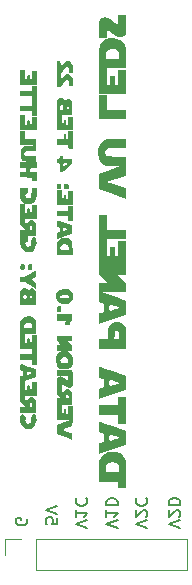
<source format=gbr>
%TF.GenerationSoftware,KiCad,Pcbnew,(6.0.0-0)*%
%TF.CreationDate,2022-02-07T13:40:10-05:00*%
%TF.ProjectId,Data Panel VU,44617461-2050-4616-9e65-6c2056552e6b,rev?*%
%TF.SameCoordinates,Original*%
%TF.FileFunction,Legend,Bot*%
%TF.FilePolarity,Positive*%
%FSLAX46Y46*%
G04 Gerber Fmt 4.6, Leading zero omitted, Abs format (unit mm)*
G04 Created by KiCad (PCBNEW (6.0.0-0)) date 2022-02-07 13:40:10*
%MOMM*%
%LPD*%
G01*
G04 APERTURE LIST*
%ADD10C,0.150000*%
%ADD11C,0.120000*%
G04 APERTURE END LIST*
D10*
X132627619Y-111545523D02*
X131627619Y-111212190D01*
X132627619Y-110878857D01*
X131627619Y-110021714D02*
X131627619Y-110593142D01*
X131627619Y-110307428D02*
X132627619Y-110307428D01*
X132484761Y-110402666D01*
X132389523Y-110497904D01*
X132341904Y-110593142D01*
X131722857Y-109021714D02*
X131675238Y-109069333D01*
X131627619Y-109212190D01*
X131627619Y-109307428D01*
X131675238Y-109450285D01*
X131770476Y-109545523D01*
X131865714Y-109593142D01*
X132056190Y-109640761D01*
X132199047Y-109640761D01*
X132389523Y-109593142D01*
X132484761Y-109545523D01*
X132580000Y-109450285D01*
X132627619Y-109307428D01*
X132627619Y-109212190D01*
X132580000Y-109069333D01*
X132532380Y-109021714D01*
X137707619Y-111545523D02*
X136707619Y-111212190D01*
X137707619Y-110878857D01*
X137612380Y-110593142D02*
X137660000Y-110545523D01*
X137707619Y-110450285D01*
X137707619Y-110212190D01*
X137660000Y-110116952D01*
X137612380Y-110069333D01*
X137517142Y-110021714D01*
X137421904Y-110021714D01*
X137279047Y-110069333D01*
X136707619Y-110640761D01*
X136707619Y-110021714D01*
X136802857Y-109021714D02*
X136755238Y-109069333D01*
X136707619Y-109212190D01*
X136707619Y-109307428D01*
X136755238Y-109450285D01*
X136850476Y-109545523D01*
X136945714Y-109593142D01*
X137136190Y-109640761D01*
X137279047Y-109640761D01*
X137469523Y-109593142D01*
X137564761Y-109545523D01*
X137660000Y-109450285D01*
X137707619Y-109307428D01*
X137707619Y-109212190D01*
X137660000Y-109069333D01*
X137612380Y-109021714D01*
X140501619Y-111545523D02*
X139501619Y-111212190D01*
X140501619Y-110878857D01*
X140406380Y-110593142D02*
X140454000Y-110545523D01*
X140501619Y-110450285D01*
X140501619Y-110212190D01*
X140454000Y-110116952D01*
X140406380Y-110069333D01*
X140311142Y-110021714D01*
X140215904Y-110021714D01*
X140073047Y-110069333D01*
X139501619Y-110640761D01*
X139501619Y-110021714D01*
X139501619Y-109593142D02*
X140501619Y-109593142D01*
X140501619Y-109355047D01*
X140454000Y-109212190D01*
X140358761Y-109116952D01*
X140263523Y-109069333D01*
X140073047Y-109021714D01*
X139930190Y-109021714D01*
X139739714Y-109069333D01*
X139644476Y-109116952D01*
X139549238Y-109212190D01*
X139501619Y-109355047D01*
X139501619Y-109593142D01*
X135197619Y-111545523D02*
X134197619Y-111212190D01*
X135197619Y-110878857D01*
X134197619Y-110021714D02*
X134197619Y-110593142D01*
X134197619Y-110307428D02*
X135197619Y-110307428D01*
X135054761Y-110402666D01*
X134959523Y-110497904D01*
X134911904Y-110593142D01*
X134197619Y-109593142D02*
X135197619Y-109593142D01*
X135197619Y-109355047D01*
X135150000Y-109212190D01*
X135054761Y-109116952D01*
X134959523Y-109069333D01*
X134769047Y-109021714D01*
X134626190Y-109021714D01*
X134435714Y-109069333D01*
X134340476Y-109116952D01*
X134245238Y-109212190D01*
X134197619Y-109355047D01*
X134197619Y-109593142D01*
X127500000Y-110736095D02*
X127547619Y-110831333D01*
X127547619Y-110974190D01*
X127500000Y-111117047D01*
X127404761Y-111212285D01*
X127309523Y-111259904D01*
X127119047Y-111307523D01*
X126976190Y-111307523D01*
X126785714Y-111259904D01*
X126690476Y-111212285D01*
X126595238Y-111117047D01*
X126547619Y-110974190D01*
X126547619Y-110878952D01*
X126595238Y-110736095D01*
X126642857Y-110688476D01*
X126976190Y-110688476D01*
X126976190Y-110878952D01*
X130087619Y-110680476D02*
X130087619Y-111156666D01*
X129611428Y-111204285D01*
X129659047Y-111156666D01*
X129706666Y-111061428D01*
X129706666Y-110823333D01*
X129659047Y-110728095D01*
X129611428Y-110680476D01*
X129516190Y-110632857D01*
X129278095Y-110632857D01*
X129182857Y-110680476D01*
X129135238Y-110728095D01*
X129087619Y-110823333D01*
X129087619Y-111061428D01*
X129135238Y-111156666D01*
X129182857Y-111204285D01*
X130087619Y-110347142D02*
X129087619Y-110013809D01*
X130087619Y-109680476D01*
%TO.C,G\u002A\u002A\u002A*%
G36*
X126941883Y-92033233D02*
G01*
X126941966Y-91989017D01*
X127207574Y-91989017D01*
X127213053Y-92089104D01*
X127249420Y-92153908D01*
X127340419Y-92168494D01*
X127409980Y-92162340D01*
X127461286Y-92115685D01*
X127472450Y-91995795D01*
X127472009Y-91982511D01*
X127792092Y-91982511D01*
X127792237Y-91999449D01*
X127812847Y-92128164D01*
X127871800Y-92168494D01*
X127879059Y-92168158D01*
X127934222Y-92120067D01*
X127951507Y-91982511D01*
X127951363Y-91965572D01*
X127930752Y-91836858D01*
X127871800Y-91796527D01*
X127864540Y-91796863D01*
X127809377Y-91844954D01*
X127792092Y-91982511D01*
X127472009Y-91982511D01*
X127470266Y-91930065D01*
X127440056Y-91775115D01*
X127378615Y-91709233D01*
X127291331Y-91740028D01*
X127288111Y-91742832D01*
X127231121Y-91845023D01*
X127207574Y-91989017D01*
X126941966Y-91989017D01*
X126942166Y-91881990D01*
X126945783Y-91663026D01*
X126956714Y-91516480D01*
X126978850Y-91420147D01*
X127016085Y-91351822D01*
X127072313Y-91289300D01*
X127082097Y-91279697D01*
X127240898Y-91176795D01*
X127394833Y-91179938D01*
X127545917Y-91289125D01*
X127559557Y-91303818D01*
X127638656Y-91379210D01*
X127690774Y-91381499D01*
X127755412Y-91315694D01*
X127871357Y-91226675D01*
X127995801Y-91234482D01*
X128139905Y-91342438D01*
X128163460Y-91366630D01*
X128213050Y-91430287D01*
X128244365Y-91508508D01*
X128261571Y-91624217D01*
X128268839Y-91800340D01*
X128270335Y-92059802D01*
X128270335Y-92646737D01*
X126941883Y-92646737D01*
X126941883Y-92033233D01*
G37*
G36*
X133584143Y-95516193D02*
G01*
X134381214Y-95516193D01*
X134907523Y-95516193D01*
X135337699Y-95516193D01*
X135336885Y-95237218D01*
X135327039Y-95033321D01*
X135289848Y-94900259D01*
X135215161Y-94839552D01*
X135092812Y-94834427D01*
X135072434Y-94836851D01*
X134996646Y-94854791D01*
X134954885Y-94901412D01*
X134934627Y-95002560D01*
X134923343Y-95184080D01*
X134907523Y-95516193D01*
X134381214Y-95516193D01*
X134381214Y-95088449D01*
X134381829Y-95010982D01*
X134400881Y-94737673D01*
X134454566Y-94533035D01*
X134553644Y-94368382D01*
X134708877Y-94215030D01*
X134775303Y-94162157D01*
X134879511Y-94104986D01*
X135002844Y-94085424D01*
X135188301Y-94092478D01*
X135340968Y-94109439D01*
X135508262Y-94157511D01*
X135634280Y-94244217D01*
X135713708Y-94322620D01*
X135794833Y-94424426D01*
X135851836Y-94540340D01*
X135888897Y-94688786D01*
X135910195Y-94888188D01*
X135919909Y-95156969D01*
X135922218Y-95513554D01*
X135922218Y-96366402D01*
X133584143Y-96366402D01*
X133584143Y-95516193D01*
G37*
G36*
X133584143Y-94230342D02*
G01*
X133584143Y-93354354D01*
X133796695Y-93290671D01*
X134009247Y-93226989D01*
X134009247Y-92880097D01*
X134487490Y-92880097D01*
X134488737Y-93005654D01*
X134493561Y-93129381D01*
X134500774Y-93176682D01*
X134509492Y-93174146D01*
X134592298Y-93145996D01*
X134742403Y-93093411D01*
X134935765Y-93024785D01*
X135357471Y-92874322D01*
X135057490Y-92762085D01*
X134923892Y-92713542D01*
X134746543Y-92653227D01*
X134622500Y-92615963D01*
X134619433Y-92615194D01*
X134544168Y-92602080D01*
X134504885Y-92626608D01*
X134489890Y-92711655D01*
X134487490Y-92880097D01*
X134009247Y-92880097D01*
X134009247Y-92544726D01*
X133584143Y-92417362D01*
X133584143Y-90791374D01*
X133994290Y-90775855D01*
X134404438Y-90760335D01*
X133996736Y-90441506D01*
X133589035Y-90122678D01*
X133584143Y-89299038D01*
X135922218Y-89299038D01*
X135922218Y-90091638D01*
X135098578Y-90122678D01*
X135922218Y-90756988D01*
X135922218Y-91528636D01*
X133770126Y-91557406D01*
X134846172Y-91920505D01*
X135922218Y-92283605D01*
X135918628Y-93470377D01*
X134751385Y-93850360D01*
X134500774Y-93931943D01*
X133584143Y-94230342D01*
G37*
G36*
X127632678Y-87040670D02*
G01*
X127632171Y-87105166D01*
X127620648Y-87221163D01*
X127581809Y-87269880D01*
X127499833Y-87279791D01*
X127396441Y-87303977D01*
X127366988Y-87389560D01*
X127389185Y-87532905D01*
X127479257Y-87659610D01*
X127628041Y-87704896D01*
X127687230Y-87701546D01*
X127820714Y-87646918D01*
X127883734Y-87519801D01*
X127880946Y-87312979D01*
X127869137Y-87167447D01*
X127893855Y-87060313D01*
X127970241Y-86968322D01*
X127972073Y-86966605D01*
X128066746Y-86887502D01*
X128126266Y-86854686D01*
X128145810Y-86860555D01*
X128206828Y-86936720D01*
X128264204Y-87076027D01*
X128306799Y-87246712D01*
X128323473Y-87417010D01*
X128309761Y-87576294D01*
X128225327Y-87819267D01*
X128079486Y-88006008D01*
X127890350Y-88130024D01*
X127676027Y-88184821D01*
X127454627Y-88163905D01*
X127244262Y-88060783D01*
X127063039Y-87868962D01*
X127026258Y-87810664D01*
X126988051Y-87727633D01*
X126963447Y-87624578D01*
X126949509Y-87479938D01*
X126943300Y-87272156D01*
X126941883Y-86979673D01*
X126941883Y-86270167D01*
X127141151Y-86267956D01*
X127340419Y-86265744D01*
X127141151Y-86089625D01*
X127130587Y-86080288D01*
X127738954Y-86080288D01*
X127743211Y-86174544D01*
X127773914Y-86251065D01*
X127848597Y-86270167D01*
X127900183Y-86264645D01*
X127941980Y-86217800D01*
X127941589Y-86097904D01*
X127911068Y-85974943D01*
X127831946Y-85908024D01*
X127789065Y-85906786D01*
X127749336Y-85952968D01*
X127738954Y-86080288D01*
X127130587Y-86080288D01*
X126941883Y-85913507D01*
X126941883Y-84091506D01*
X127139690Y-84091506D01*
X127188143Y-84091411D01*
X127284206Y-84086024D01*
X127290337Y-84062784D01*
X127219094Y-84008574D01*
X127106499Y-83906540D01*
X127010742Y-83738134D01*
X126958022Y-83505902D01*
X126941883Y-83190798D01*
X126941883Y-82763054D01*
X127632678Y-82763054D01*
X127632678Y-82975607D01*
X127632631Y-82994117D01*
X127623465Y-83121836D01*
X127585423Y-83176558D01*
X127499833Y-83188159D01*
X127479006Y-83188565D01*
X127390004Y-83218534D01*
X127366988Y-83316658D01*
X127367312Y-83346288D01*
X127392385Y-83507600D01*
X127468927Y-83590096D01*
X127613110Y-83613264D01*
X127643774Y-83612361D01*
X127766141Y-83577746D01*
X127844481Y-83482396D01*
X127886117Y-83311901D01*
X127898369Y-83051855D01*
X127898369Y-82763054D01*
X128323473Y-82763054D01*
X128323473Y-83206870D01*
X128319266Y-83433609D01*
X128301824Y-83598753D01*
X128264915Y-83720365D01*
X128202318Y-83830468D01*
X128047200Y-84007994D01*
X127846135Y-84112900D01*
X127592825Y-84132569D01*
X127366988Y-84117310D01*
X127366988Y-84502944D01*
X127368484Y-84638360D01*
X127379319Y-84790291D01*
X127404054Y-84867236D01*
X127446695Y-84888578D01*
X127469610Y-84884720D01*
X127513240Y-84823819D01*
X127526402Y-84676025D01*
X127532419Y-84553341D01*
X127563148Y-84481297D01*
X127632678Y-84463473D01*
X127694021Y-84475507D01*
X127730042Y-84536966D01*
X127738954Y-84676025D01*
X127740401Y-84737132D01*
X127763239Y-84853479D01*
X127818661Y-84888578D01*
X127836751Y-84886048D01*
X127874033Y-84844599D01*
X127893047Y-84736919D01*
X127898369Y-84543180D01*
X127898369Y-84197783D01*
X128323473Y-84197783D01*
X128323473Y-85366820D01*
X127366988Y-85366820D01*
X127366988Y-85549667D01*
X127372398Y-85653343D01*
X127406399Y-85746603D01*
X127472735Y-85738796D01*
X127572681Y-85630424D01*
X127668601Y-85534769D01*
X127836502Y-85468402D01*
X128009543Y-85494245D01*
X128160202Y-85613108D01*
X128188095Y-85651536D01*
X128230395Y-85737662D01*
X128255393Y-85853730D01*
X128267302Y-86025150D01*
X128270335Y-86277334D01*
X128270335Y-86801548D01*
X127632678Y-86801548D01*
X127632678Y-87040670D01*
G37*
G36*
X127366988Y-76997573D02*
G01*
X127368814Y-77150562D01*
X127379973Y-77299790D01*
X127404652Y-77375232D01*
X127446695Y-77396109D01*
X127469610Y-77392251D01*
X127513240Y-77331351D01*
X127526402Y-77183557D01*
X127532419Y-77060872D01*
X127563148Y-76988829D01*
X127632678Y-76971004D01*
X127694021Y-76983038D01*
X127730042Y-77044497D01*
X127738954Y-77183557D01*
X127740401Y-77244664D01*
X127763239Y-77361011D01*
X127818661Y-77396109D01*
X127836751Y-77393580D01*
X127874033Y-77352131D01*
X127893047Y-77244450D01*
X127898369Y-77050711D01*
X127898369Y-76705314D01*
X128323473Y-76705314D01*
X128323473Y-77874352D01*
X126941883Y-77874352D01*
X126941883Y-76599038D01*
X127366988Y-76599038D01*
X127366988Y-76997573D01*
G37*
G36*
X130292638Y-92754488D02*
G01*
X130364980Y-92775633D01*
X130391888Y-92845207D01*
X130395858Y-92992134D01*
X130394711Y-93098544D01*
X130378265Y-93191555D01*
X130324151Y-93226151D01*
X130209875Y-93231255D01*
X130127112Y-93229780D01*
X130054770Y-93208635D01*
X130027862Y-93139061D01*
X130023892Y-92992134D01*
X130025039Y-92885724D01*
X130041485Y-92792713D01*
X130095599Y-92758117D01*
X130209875Y-92753013D01*
X130292638Y-92754488D01*
G37*
G36*
X126941883Y-101255105D02*
G01*
X127340419Y-101250681D01*
X127141151Y-101074563D01*
X127130586Y-101065225D01*
X127738954Y-101065225D01*
X127743211Y-101159481D01*
X127773914Y-101236002D01*
X127848597Y-101255105D01*
X127900183Y-101249583D01*
X127941980Y-101202737D01*
X127941589Y-101082841D01*
X127911068Y-100959881D01*
X127831946Y-100892962D01*
X127789065Y-100891724D01*
X127749336Y-100937905D01*
X127738954Y-101065225D01*
X127130586Y-101065225D01*
X126941883Y-100898444D01*
X126941883Y-98706502D01*
X127074728Y-98673160D01*
X127148537Y-98645201D01*
X127196192Y-98576649D01*
X127206651Y-98449966D01*
X127473248Y-98449966D01*
X127475553Y-98548834D01*
X127500244Y-98586957D01*
X127572920Y-98571857D01*
X127719180Y-98511060D01*
X127924938Y-98423918D01*
X127738954Y-98355688D01*
X127711875Y-98345863D01*
X127585275Y-98302942D01*
X127513118Y-98283415D01*
X127512478Y-98283371D01*
X127484761Y-98328214D01*
X127473264Y-98438787D01*
X127473248Y-98449966D01*
X127206651Y-98449966D01*
X127207574Y-98438787D01*
X127201339Y-98325530D01*
X127163943Y-98244029D01*
X127074728Y-98204414D01*
X127030733Y-98191341D01*
X126972468Y-98149657D01*
X126947303Y-98062957D01*
X126941883Y-97900708D01*
X126945546Y-97778245D01*
X126966331Y-97673815D01*
X127008306Y-97654790D01*
X127076943Y-97678453D01*
X127226250Y-97728739D01*
X127432325Y-97797591D01*
X127672532Y-97877421D01*
X128270335Y-98075607D01*
X128270335Y-98788848D01*
X127818661Y-98935942D01*
X127500244Y-99039639D01*
X127366988Y-99083035D01*
X127366988Y-99478275D01*
X127368729Y-99626803D01*
X127379808Y-99776706D01*
X127404502Y-99852523D01*
X127446695Y-99873515D01*
X127469610Y-99869657D01*
X127513240Y-99808757D01*
X127526402Y-99660962D01*
X127532419Y-99538278D01*
X127563148Y-99466235D01*
X127632678Y-99448410D01*
X127694021Y-99460444D01*
X127730042Y-99521903D01*
X127738954Y-99660962D01*
X127740401Y-99722070D01*
X127763239Y-99838417D01*
X127818661Y-99873515D01*
X127836751Y-99870986D01*
X127874033Y-99829537D01*
X127893047Y-99721856D01*
X127898369Y-99528117D01*
X127898369Y-99182720D01*
X128323473Y-99182720D01*
X128323473Y-100351757D01*
X127366988Y-100351757D01*
X127366988Y-100534605D01*
X127372398Y-100638280D01*
X127406399Y-100731540D01*
X127472735Y-100723734D01*
X127572681Y-100615361D01*
X127668601Y-100519706D01*
X127836502Y-100453339D01*
X128009543Y-100479182D01*
X128160202Y-100598045D01*
X128188095Y-100636473D01*
X128230395Y-100722599D01*
X128255393Y-100838667D01*
X128267302Y-101010087D01*
X128270335Y-101262271D01*
X128270335Y-101786485D01*
X126941883Y-101786485D01*
X126941883Y-101255105D01*
G37*
G36*
X130023892Y-87057922D02*
G01*
X130023892Y-86797902D01*
X130024564Y-86725818D01*
X130037094Y-86599718D01*
X130076438Y-86536368D01*
X130156737Y-86504541D01*
X130230545Y-86476582D01*
X130278200Y-86408030D01*
X130288659Y-86281347D01*
X130555256Y-86281347D01*
X130557561Y-86380215D01*
X130582252Y-86418337D01*
X130654929Y-86403238D01*
X130801189Y-86342440D01*
X131006946Y-86255299D01*
X130820963Y-86187069D01*
X130793883Y-86177244D01*
X130667283Y-86134323D01*
X130595126Y-86114796D01*
X130594487Y-86114751D01*
X130566769Y-86159594D01*
X130555272Y-86270167D01*
X130555256Y-86281347D01*
X130288659Y-86281347D01*
X130289582Y-86270167D01*
X130283348Y-86156910D01*
X130245951Y-86075409D01*
X130156737Y-86035794D01*
X130112742Y-86022722D01*
X130054476Y-85981037D01*
X130029312Y-85894338D01*
X130023892Y-85732089D01*
X130027554Y-85609626D01*
X130048340Y-85505195D01*
X130090314Y-85486171D01*
X130158951Y-85509834D01*
X130308258Y-85560120D01*
X130514333Y-85628972D01*
X130754540Y-85708802D01*
X131352343Y-85906988D01*
X131352343Y-86618167D01*
X130688118Y-86838044D01*
X130582252Y-86873089D01*
X130023892Y-87057922D01*
G37*
G36*
X130930295Y-82392563D02*
G01*
X131002637Y-82413708D01*
X131029545Y-82483283D01*
X131033515Y-82630209D01*
X131032368Y-82736619D01*
X131015921Y-82829630D01*
X130961808Y-82864226D01*
X130847532Y-82869331D01*
X130764768Y-82867856D01*
X130692427Y-82846710D01*
X130665519Y-82777136D01*
X130661548Y-82630209D01*
X130662696Y-82523799D01*
X130679142Y-82430789D01*
X130733256Y-82396193D01*
X130847532Y-82391088D01*
X130930295Y-82392563D01*
G37*
G36*
X130536511Y-81353996D02*
G01*
X130435712Y-81379776D01*
X130387846Y-81379566D01*
X130331190Y-81365665D01*
X130302001Y-81314743D01*
X130291168Y-81203716D01*
X130289582Y-81009498D01*
X130289501Y-80976243D01*
X130555272Y-80976243D01*
X130727706Y-80820172D01*
X130774304Y-80778247D01*
X130872859Y-80691521D01*
X130922545Y-80650816D01*
X130923379Y-80648410D01*
X130870043Y-80640657D01*
X130750112Y-80637531D01*
X130729364Y-80637585D01*
X130611465Y-80647817D01*
X130564025Y-80695046D01*
X130555272Y-80806887D01*
X130555272Y-80976243D01*
X130289501Y-80976243D01*
X130289340Y-80910313D01*
X130284172Y-80756234D01*
X130265863Y-80674849D01*
X130226141Y-80643001D01*
X130156737Y-80637531D01*
X130078481Y-80628810D01*
X130033817Y-80577321D01*
X130023892Y-80451548D01*
X130030121Y-80341991D01*
X130066899Y-80279460D01*
X130156737Y-80265565D01*
X130258447Y-80242627D01*
X130289582Y-80159289D01*
X130318255Y-80077921D01*
X130422427Y-80053013D01*
X130524137Y-80075951D01*
X130555272Y-80159289D01*
X130555897Y-80178419D01*
X130573110Y-80225355D01*
X130630484Y-80251609D01*
X130750042Y-80263055D01*
X130953808Y-80265565D01*
X131352343Y-80265565D01*
X131352343Y-80451230D01*
X131349160Y-80510978D01*
X131323855Y-80602031D01*
X131261224Y-80701443D01*
X131147044Y-80829752D01*
X130967092Y-81007492D01*
X130843424Y-81123603D01*
X130667589Y-81271986D01*
X130555272Y-81342258D01*
X130536511Y-81353996D01*
G37*
G36*
X131352343Y-93664992D02*
G01*
X131351988Y-93688100D01*
X131309956Y-93905411D01*
X131189155Y-94140485D01*
X131110310Y-94258942D01*
X131037183Y-94342391D01*
X130972008Y-94364602D01*
X130889239Y-94342809D01*
X130803571Y-94308851D01*
X130711908Y-94256184D01*
X130698406Y-94196788D01*
X130747958Y-94105263D01*
X130833186Y-93975188D01*
X130023892Y-93975188D01*
X130023892Y-93443808D01*
X131352343Y-93443808D01*
X131352343Y-93664992D01*
G37*
G36*
X128323473Y-76652176D02*
G01*
X127898369Y-76652176D01*
X127898369Y-76227071D01*
X126941883Y-76227071D01*
X126941883Y-75801967D01*
X127898369Y-75801967D01*
X127898369Y-74951757D01*
X126941883Y-74951757D01*
X126941883Y-74526653D01*
X127898369Y-74526653D01*
X127898369Y-74101548D01*
X128323473Y-74101548D01*
X128323473Y-76652176D01*
G37*
G36*
X133584143Y-105229924D02*
G01*
X133584143Y-104353935D01*
X134009247Y-104226571D01*
X134009247Y-103879679D01*
X134487490Y-103879679D01*
X134488737Y-104005236D01*
X134493561Y-104128963D01*
X134500774Y-104176264D01*
X134509492Y-104173727D01*
X134592298Y-104145578D01*
X134742403Y-104092992D01*
X134935765Y-104024366D01*
X135357471Y-103873904D01*
X135057490Y-103761667D01*
X134923892Y-103713124D01*
X134746543Y-103652809D01*
X134622500Y-103615544D01*
X134619433Y-103614775D01*
X134544168Y-103601662D01*
X134504885Y-103626190D01*
X134489890Y-103711237D01*
X134487490Y-103879679D01*
X134009247Y-103879679D01*
X134009247Y-103544308D01*
X133584143Y-103416944D01*
X133584143Y-102973681D01*
X133584731Y-102897756D01*
X133592002Y-102710096D01*
X133605818Y-102579442D01*
X133623969Y-102530419D01*
X133641035Y-102534223D01*
X133743940Y-102564874D01*
X133925510Y-102622262D01*
X134170824Y-102701581D01*
X134464964Y-102798030D01*
X134793006Y-102906804D01*
X135922218Y-103283189D01*
X135920423Y-103876574D01*
X135918628Y-104469958D01*
X134751385Y-104849941D01*
X134500774Y-104931525D01*
X133584143Y-105229924D01*
G37*
G36*
X130322237Y-92517628D02*
G01*
X130137577Y-92408862D01*
X130025423Y-92261150D01*
X130022270Y-92253095D01*
X129978554Y-92032286D01*
X129981655Y-91965613D01*
X130286093Y-91965613D01*
X130326730Y-92021523D01*
X130460756Y-92052604D01*
X130693838Y-92062218D01*
X130875997Y-92054985D01*
X131023177Y-92022957D01*
X131073729Y-91963329D01*
X131031583Y-91873907D01*
X130943376Y-91828113D01*
X130789033Y-91801710D01*
X130611662Y-91797719D01*
X130452641Y-91816970D01*
X130353348Y-91860293D01*
X130333179Y-91881515D01*
X130286093Y-91965613D01*
X129981655Y-91965613D01*
X129989948Y-91787334D01*
X130053990Y-91577150D01*
X130119376Y-91483016D01*
X130293795Y-91354567D01*
X130514979Y-91284850D01*
X130755965Y-91273626D01*
X130989792Y-91320653D01*
X131189496Y-91425691D01*
X131328115Y-91588502D01*
X131368418Y-91684258D01*
X131405434Y-91926083D01*
X131366011Y-92164447D01*
X131257785Y-92369900D01*
X131088392Y-92512992D01*
X131023264Y-92542010D01*
X130793879Y-92591025D01*
X130693838Y-92586747D01*
X130550604Y-92580623D01*
X130322237Y-92517628D01*
G37*
G36*
X127366988Y-95489624D02*
G01*
X127368814Y-95642612D01*
X127379973Y-95791840D01*
X127404652Y-95867282D01*
X127446695Y-95888159D01*
X127469610Y-95884301D01*
X127513240Y-95823401D01*
X127526402Y-95675607D01*
X127532419Y-95552922D01*
X127563148Y-95480879D01*
X127632678Y-95463054D01*
X127694021Y-95475088D01*
X127730042Y-95536547D01*
X127738954Y-95675607D01*
X127740401Y-95736714D01*
X127763239Y-95853061D01*
X127818661Y-95888159D01*
X127836751Y-95885630D01*
X127874033Y-95844181D01*
X127893047Y-95736500D01*
X127898369Y-95542762D01*
X127898369Y-95197364D01*
X128323473Y-95197364D01*
X128323473Y-96366402D01*
X126941883Y-96366402D01*
X126941883Y-94470900D01*
X127260712Y-94470900D01*
X127260973Y-94500585D01*
X127272030Y-94564526D01*
X127317204Y-94597960D01*
X127420546Y-94610771D01*
X127606109Y-94612845D01*
X127951507Y-94612845D01*
X127951507Y-94457227D01*
X127929938Y-94331558D01*
X127868004Y-94218105D01*
X127806813Y-94175521D01*
X127648033Y-94137611D01*
X127478329Y-94156811D01*
X127348655Y-94231778D01*
X127293393Y-94324574D01*
X127260712Y-94470900D01*
X126941883Y-94470900D01*
X126941883Y-93976865D01*
X127093398Y-93807290D01*
X127145767Y-93751861D01*
X127246175Y-93676118D01*
X127372239Y-93635866D01*
X127564253Y-93614616D01*
X127725367Y-93606214D01*
X127853921Y-93617364D01*
X127952935Y-93662271D01*
X128063679Y-93752313D01*
X128243766Y-93913108D01*
X128279738Y-95091088D01*
X127366988Y-95091088D01*
X127366988Y-95489624D01*
G37*
G36*
X135922218Y-102689833D02*
G01*
X135231423Y-102689833D01*
X135231423Y-101945900D01*
X133584143Y-101945900D01*
X133584143Y-101148829D01*
X135231423Y-101148829D01*
X135231423Y-100404896D01*
X135922218Y-100404896D01*
X135922218Y-102689833D01*
G37*
G36*
X127848287Y-89194237D02*
G01*
X127920628Y-89215382D01*
X127947536Y-89284956D01*
X127951507Y-89431883D01*
X127950359Y-89538293D01*
X127933913Y-89631304D01*
X127879800Y-89665900D01*
X127765523Y-89671004D01*
X127682760Y-89669529D01*
X127610418Y-89648384D01*
X127583510Y-89578810D01*
X127579540Y-89431883D01*
X127580687Y-89325473D01*
X127597134Y-89232462D01*
X127651247Y-89197866D01*
X127765523Y-89192762D01*
X127848287Y-89194237D01*
G37*
G36*
X133584143Y-100606912D02*
G01*
X133584143Y-99730923D01*
X133796695Y-99667241D01*
X134009247Y-99603558D01*
X134009247Y-99256666D01*
X134487490Y-99256666D01*
X134488737Y-99382224D01*
X134493561Y-99505950D01*
X134500774Y-99553251D01*
X134509492Y-99550715D01*
X134592298Y-99522565D01*
X134742403Y-99469980D01*
X134935765Y-99401354D01*
X135357471Y-99250891D01*
X135057490Y-99138654D01*
X134923892Y-99090111D01*
X134746543Y-99029796D01*
X134622500Y-98992532D01*
X134619433Y-98991763D01*
X134544168Y-98978649D01*
X134504885Y-99003177D01*
X134489890Y-99088224D01*
X134487490Y-99256666D01*
X134009247Y-99256666D01*
X134009247Y-98921295D01*
X133584143Y-98793931D01*
X133584143Y-98350669D01*
X133584731Y-98274743D01*
X133592002Y-98087083D01*
X133605818Y-97956429D01*
X133623969Y-97907406D01*
X133641035Y-97911211D01*
X133743940Y-97941862D01*
X133925510Y-97999249D01*
X134170824Y-98078569D01*
X134464964Y-98175018D01*
X134793006Y-98283791D01*
X135922218Y-98660177D01*
X135920423Y-99253561D01*
X135918628Y-99846946D01*
X134751385Y-100226929D01*
X134500774Y-100308513D01*
X133584143Y-100606912D01*
G37*
G36*
X130023892Y-87891717D02*
G01*
X130023966Y-87828640D01*
X130342720Y-87828640D01*
X130342981Y-87858326D01*
X130354039Y-87922266D01*
X130399212Y-87955700D01*
X130502555Y-87968512D01*
X130688118Y-87970586D01*
X131033515Y-87970586D01*
X131033515Y-87814967D01*
X131011947Y-87689298D01*
X130950012Y-87575846D01*
X130888822Y-87533262D01*
X130730041Y-87495351D01*
X130560337Y-87514551D01*
X130430663Y-87589519D01*
X130375401Y-87682314D01*
X130342720Y-87828640D01*
X130023966Y-87828640D01*
X130024016Y-87786241D01*
X130027212Y-87568717D01*
X130038717Y-87422931D01*
X130063762Y-87323786D01*
X130107581Y-87246185D01*
X130175407Y-87165031D01*
X130227776Y-87109601D01*
X130328184Y-87033859D01*
X130454247Y-86993607D01*
X130646261Y-86972357D01*
X130807376Y-86963954D01*
X130935930Y-86975105D01*
X131034943Y-87020012D01*
X131145687Y-87110053D01*
X131325774Y-87270849D01*
X131361746Y-88448829D01*
X130023892Y-88448829D01*
X130023892Y-87891717D01*
G37*
G36*
X133585310Y-106768180D02*
G01*
X133586937Y-106532702D01*
X133597804Y-106193651D01*
X133622660Y-105933392D01*
X133665915Y-105734575D01*
X133731982Y-105579853D01*
X133825273Y-105451876D01*
X133950198Y-105333296D01*
X134098623Y-105232317D01*
X134390546Y-105120927D01*
X134715003Y-105078767D01*
X135043276Y-105105325D01*
X135346645Y-105200092D01*
X135596390Y-105362557D01*
X135667141Y-105431741D01*
X135751496Y-105536199D01*
X135814986Y-105657227D01*
X135860514Y-105809766D01*
X135890982Y-106008758D01*
X135909292Y-106269145D01*
X135918348Y-106605869D01*
X135921051Y-107033870D01*
X135922218Y-108163054D01*
X135231423Y-108163054D01*
X135231423Y-107631674D01*
X133584143Y-107631674D01*
X133585220Y-106834603D01*
X134168661Y-106834603D01*
X135337699Y-106834603D01*
X135337699Y-106564825D01*
X135337693Y-106558813D01*
X135326058Y-106380096D01*
X135280199Y-106256583D01*
X135182372Y-106139720D01*
X135172636Y-106130065D01*
X135058499Y-106037626D01*
X134934584Y-105994824D01*
X134753180Y-105984393D01*
X134736111Y-105984439D01*
X134560819Y-105996745D01*
X134439348Y-106042750D01*
X134323988Y-106139720D01*
X134320530Y-106143188D01*
X134224331Y-106259595D01*
X134179622Y-106383956D01*
X134168661Y-106564825D01*
X134168661Y-106834603D01*
X133585220Y-106834603D01*
X133585310Y-106768180D01*
G37*
G36*
X128323473Y-81062636D02*
G01*
X128057783Y-81062636D01*
X127926578Y-81064426D01*
X127833588Y-81080622D01*
X127797897Y-81127681D01*
X127792092Y-81222050D01*
X127795076Y-81300773D01*
X127822070Y-81356567D01*
X127900501Y-81377982D01*
X128057783Y-81381465D01*
X128323473Y-81381465D01*
X128323473Y-82125398D01*
X128110921Y-82125398D01*
X128092410Y-82125350D01*
X127964692Y-82116184D01*
X127909970Y-82078142D01*
X127898369Y-81992552D01*
X127898345Y-81980833D01*
X127892547Y-81922079D01*
X127862277Y-81886270D01*
X127787084Y-81867726D01*
X127646517Y-81860765D01*
X127420126Y-81859707D01*
X126941883Y-81859707D01*
X126941883Y-81381465D01*
X127181005Y-81381465D01*
X127271215Y-81380563D01*
X127373171Y-81366505D01*
X127413194Y-81320077D01*
X127420126Y-81222050D01*
X127418774Y-81161910D01*
X127397687Y-81093939D01*
X127328044Y-81067257D01*
X127181005Y-81062636D01*
X126941883Y-81062636D01*
X126941883Y-80584393D01*
X128323473Y-80584393D01*
X128323473Y-81062636D01*
G37*
G36*
X130023892Y-75372031D02*
G01*
X130154321Y-75241601D01*
X130164106Y-75231998D01*
X130322906Y-75129097D01*
X130476841Y-75132240D01*
X130627925Y-75241427D01*
X130641565Y-75256120D01*
X130720665Y-75331511D01*
X130772782Y-75333800D01*
X130837420Y-75267996D01*
X130953365Y-75178976D01*
X131077810Y-75186784D01*
X131221914Y-75294740D01*
X131245468Y-75318932D01*
X131295059Y-75382589D01*
X131326373Y-75460809D01*
X131343580Y-75576518D01*
X131350847Y-75752642D01*
X131352343Y-76012104D01*
X131352343Y-76599038D01*
X130448996Y-76599038D01*
X130448996Y-76997573D01*
X130450822Y-77150562D01*
X130461981Y-77299790D01*
X130486660Y-77375232D01*
X130528703Y-77396109D01*
X130551618Y-77392251D01*
X130595249Y-77331351D01*
X130608410Y-77183557D01*
X130614427Y-77060872D01*
X130645157Y-76988829D01*
X130714687Y-76971004D01*
X130776029Y-76983038D01*
X130812050Y-77044497D01*
X130820963Y-77183557D01*
X130822409Y-77244664D01*
X130845247Y-77361011D01*
X130900670Y-77396109D01*
X130918759Y-77393580D01*
X130956042Y-77352131D01*
X130975056Y-77244450D01*
X130980377Y-77050711D01*
X130980377Y-76705314D01*
X131405482Y-76705314D01*
X131405482Y-77874352D01*
X130023892Y-77874352D01*
X130023892Y-75941318D01*
X130289582Y-75941318D01*
X130295062Y-76041405D01*
X130331429Y-76106209D01*
X130422427Y-76120795D01*
X130491988Y-76114641D01*
X130543295Y-76067986D01*
X130554459Y-75948096D01*
X130554017Y-75934812D01*
X130874101Y-75934812D01*
X130874245Y-75951750D01*
X130894855Y-76080465D01*
X130953808Y-76120795D01*
X130961067Y-76120459D01*
X131016231Y-76072368D01*
X131033515Y-75934812D01*
X131033371Y-75917873D01*
X131012761Y-75789159D01*
X130953808Y-75748829D01*
X130946549Y-75749165D01*
X130891385Y-75797255D01*
X130874101Y-75934812D01*
X130554017Y-75934812D01*
X130552274Y-75882366D01*
X130522065Y-75727416D01*
X130460623Y-75661534D01*
X130373339Y-75692329D01*
X130370119Y-75695134D01*
X130313129Y-75797324D01*
X130289582Y-75941318D01*
X130023892Y-75941318D01*
X130023892Y-75372031D01*
G37*
G36*
X134274938Y-86323306D02*
G01*
X135922218Y-86323306D01*
X135922218Y-87067239D01*
X134274938Y-87067239D01*
X134274938Y-88501967D01*
X134407783Y-88501967D01*
X134454442Y-88500502D01*
X134503342Y-88482292D01*
X134529031Y-88424968D01*
X134538972Y-88306143D01*
X134540628Y-88103431D01*
X134540628Y-87704896D01*
X134965733Y-87704896D01*
X134965733Y-88103431D01*
X134966221Y-88243410D01*
X134972291Y-88390108D01*
X134991399Y-88467176D01*
X135031007Y-88497000D01*
X135098578Y-88501967D01*
X135231423Y-88501967D01*
X135231423Y-87226653D01*
X135922218Y-87226653D01*
X135922218Y-89245900D01*
X133584143Y-89245900D01*
X133584143Y-85047992D01*
X134274938Y-85047992D01*
X134274938Y-86323306D01*
G37*
G36*
X135922218Y-68864485D02*
G01*
X135922209Y-68905143D01*
X135920877Y-69196886D01*
X135915498Y-69403927D01*
X135903526Y-69545568D01*
X135882412Y-69641111D01*
X135849611Y-69709860D01*
X135802574Y-69771118D01*
X135724740Y-69841704D01*
X135524424Y-69929637D01*
X135291162Y-69943880D01*
X135058241Y-69879584D01*
X134952650Y-69818439D01*
X134782550Y-69696591D01*
X134614873Y-69555910D01*
X134473449Y-69434620D01*
X134371008Y-69379475D01*
X134311244Y-69410550D01*
X134283157Y-69534382D01*
X134275751Y-69757511D01*
X134274938Y-70063054D01*
X133584143Y-70063054D01*
X133584143Y-69396190D01*
X133584361Y-69328305D01*
X133596603Y-68968527D01*
X133631680Y-68700252D01*
X133695262Y-68511846D01*
X133793018Y-68391674D01*
X133930620Y-68328103D01*
X134113737Y-68309498D01*
X134344003Y-68345386D01*
X134615922Y-68476132D01*
X134905233Y-68706290D01*
X134966257Y-68762572D01*
X135087971Y-68861406D01*
X135165499Y-68886463D01*
X135208687Y-68829646D01*
X135227380Y-68682856D01*
X135231423Y-68437997D01*
X135231423Y-68096946D01*
X135922218Y-68096946D01*
X135922218Y-68864485D01*
G37*
G36*
X130448996Y-83321004D02*
G01*
X130450822Y-83473993D01*
X130461981Y-83623221D01*
X130486660Y-83698663D01*
X130528703Y-83719540D01*
X130551618Y-83715682D01*
X130595249Y-83654782D01*
X130608410Y-83506988D01*
X130614427Y-83384303D01*
X130645157Y-83312260D01*
X130714687Y-83294435D01*
X130776029Y-83306469D01*
X130812050Y-83367928D01*
X130820963Y-83506988D01*
X130822409Y-83568095D01*
X130845247Y-83684442D01*
X130900670Y-83719540D01*
X130918759Y-83717011D01*
X130956042Y-83675562D01*
X130975056Y-83567881D01*
X130980377Y-83374142D01*
X130980377Y-83028745D01*
X131405482Y-83028745D01*
X131405482Y-84197783D01*
X130023892Y-84197783D01*
X130023892Y-82922469D01*
X130448996Y-82922469D01*
X130448996Y-83321004D01*
G37*
G36*
X128258182Y-89738299D02*
G01*
X128269406Y-89817881D01*
X128269677Y-89948110D01*
X128267237Y-90071468D01*
X128247063Y-90191130D01*
X128190226Y-90271614D01*
X128077781Y-90352879D01*
X127886543Y-90476804D01*
X128078439Y-90607201D01*
X128142225Y-90652189D01*
X128227489Y-90734924D01*
X128263146Y-90836845D01*
X128270335Y-91001372D01*
X128268601Y-91095205D01*
X128259056Y-91217341D01*
X128243958Y-91265147D01*
X128232568Y-91260516D01*
X128152473Y-91211203D01*
X128016204Y-91119414D01*
X127845230Y-90999456D01*
X127787553Y-90958588D01*
X127609649Y-90840502D01*
X127474701Y-90772436D01*
X127351136Y-90741242D01*
X127207381Y-90733766D01*
X126941883Y-90733766D01*
X126941883Y-90255523D01*
X127170628Y-90255523D01*
X127259124Y-90251170D01*
X127394257Y-90219129D01*
X127544397Y-90144199D01*
X127741862Y-90012638D01*
X127813257Y-89961952D01*
X128013543Y-89821190D01*
X128144776Y-89738178D01*
X128221481Y-89711140D01*
X128258182Y-89738299D01*
G37*
G36*
X127366988Y-78618285D02*
G01*
X128270335Y-78618285D01*
X128270335Y-79096527D01*
X126941883Y-79096527D01*
X126941883Y-77927490D01*
X127366988Y-77927490D01*
X127366988Y-78618285D01*
G37*
G36*
X130448996Y-101494226D02*
G01*
X130450822Y-101647214D01*
X130461981Y-101796442D01*
X130486660Y-101871885D01*
X130528703Y-101892762D01*
X130551618Y-101888904D01*
X130595249Y-101828003D01*
X130608410Y-101680209D01*
X130614427Y-101557525D01*
X130645157Y-101485481D01*
X130714687Y-101467657D01*
X130776029Y-101479691D01*
X130812050Y-101541150D01*
X130820963Y-101680209D01*
X130822409Y-101741316D01*
X130845247Y-101857663D01*
X130900670Y-101892762D01*
X130918759Y-101890232D01*
X130956042Y-101848783D01*
X130975056Y-101741103D01*
X130980377Y-101547364D01*
X130980377Y-101201967D01*
X131405482Y-101201967D01*
X131405163Y-101640356D01*
X131400713Y-101910216D01*
X131388598Y-102226099D01*
X131371555Y-102506279D01*
X131338266Y-102933814D01*
X130897734Y-103062658D01*
X130810505Y-103088963D01*
X130633728Y-103148124D01*
X130515549Y-103196318D01*
X130477936Y-103225050D01*
X130486904Y-103232073D01*
X130572802Y-103268362D01*
X130727462Y-103320646D01*
X130925507Y-103380135D01*
X131352343Y-103501671D01*
X131352343Y-103788416D01*
X131351216Y-103897340D01*
X131340853Y-104007198D01*
X131312914Y-104044106D01*
X131259352Y-104028868D01*
X131191197Y-104000205D01*
X131038760Y-103942085D01*
X130831192Y-103866095D01*
X130592930Y-103781314D01*
X130019501Y-103580054D01*
X130050461Y-102823496D01*
X130661548Y-102600028D01*
X131272636Y-102376560D01*
X130023892Y-102371004D01*
X130023892Y-100564310D01*
X130223159Y-100562098D01*
X130422427Y-100559886D01*
X130223159Y-100383768D01*
X130212594Y-100374430D01*
X130820963Y-100374430D01*
X130825219Y-100468686D01*
X130855922Y-100545207D01*
X130930606Y-100564310D01*
X130982192Y-100558788D01*
X131023988Y-100511942D01*
X131023597Y-100392046D01*
X130993076Y-100269086D01*
X130913954Y-100202167D01*
X130871073Y-100200929D01*
X130831344Y-100247110D01*
X130820963Y-100374430D01*
X130212594Y-100374430D01*
X130023892Y-100207649D01*
X130023892Y-99539566D01*
X130023927Y-99499737D01*
X130028784Y-99193947D01*
X130046092Y-98977550D01*
X130081951Y-98835475D01*
X130142457Y-98752651D01*
X130233710Y-98714009D01*
X130361807Y-98704477D01*
X130510959Y-98733918D01*
X130716694Y-98861732D01*
X130771290Y-98907046D01*
X130879391Y-98988068D01*
X130940523Y-99021146D01*
X130945803Y-99019795D01*
X130970383Y-98959627D01*
X130980377Y-98837322D01*
X130980377Y-98651339D01*
X130023892Y-98651339D01*
X130023892Y-98173096D01*
X131337204Y-98173096D01*
X131371343Y-98499720D01*
X131401818Y-98890295D01*
X131403404Y-99207317D01*
X131375214Y-99433747D01*
X131317539Y-99563787D01*
X131264269Y-99610905D01*
X131107092Y-99659849D01*
X130922698Y-99614285D01*
X130722741Y-99475934D01*
X130642308Y-99408218D01*
X130538441Y-99338184D01*
X130483467Y-99325376D01*
X130464382Y-99385271D01*
X130452376Y-99518504D01*
X130449800Y-99687453D01*
X130456157Y-99856687D01*
X130470951Y-99990772D01*
X130493684Y-100054275D01*
X130502591Y-100056675D01*
X130568445Y-100020019D01*
X130654689Y-99924566D01*
X130750609Y-99828911D01*
X130918510Y-99762544D01*
X131091551Y-99788387D01*
X131242211Y-99907250D01*
X131270103Y-99945678D01*
X131312403Y-100031804D01*
X131337401Y-100147872D01*
X131349310Y-100319292D01*
X131352343Y-100571476D01*
X131352343Y-101095690D01*
X130448996Y-101095690D01*
X130448996Y-101494226D01*
G37*
G36*
X128270335Y-79627908D02*
G01*
X127820531Y-79627908D01*
X127723848Y-79628239D01*
X127534735Y-79633845D01*
X127419011Y-79650331D01*
X127352938Y-79682759D01*
X127312776Y-79736191D01*
X127285256Y-79818907D01*
X127287918Y-79948744D01*
X127301069Y-79980485D01*
X127341373Y-80018905D01*
X127422766Y-80040826D01*
X127566961Y-80050709D01*
X127795673Y-80053013D01*
X128270335Y-80053013D01*
X128270335Y-80531255D01*
X127778808Y-80530074D01*
X127557482Y-80524899D01*
X127333120Y-80499000D01*
X127178643Y-80443812D01*
X127073684Y-80351049D01*
X126997875Y-80212427D01*
X126977817Y-80136584D01*
X126959530Y-79966314D01*
X126959227Y-79771684D01*
X126960412Y-79750535D01*
X126982467Y-79559850D01*
X127030548Y-79430085D01*
X127119266Y-79320011D01*
X127183196Y-79261351D01*
X127261828Y-79214061D01*
X127367724Y-79185441D01*
X127527218Y-79168893D01*
X127766646Y-79157820D01*
X128270335Y-79139407D01*
X128270335Y-79627908D01*
G37*
G36*
X130243145Y-71977967D02*
G01*
X130308418Y-72001928D01*
X130338677Y-72076076D01*
X130353093Y-72228431D01*
X130369289Y-72480837D01*
X130469483Y-72315341D01*
X130470959Y-72312916D01*
X130616295Y-72142149D01*
X130798087Y-72021655D01*
X130979379Y-71976025D01*
X131004112Y-71978850D01*
X131123993Y-72032043D01*
X131250155Y-72131352D01*
X131262417Y-72143703D01*
X131339995Y-72233824D01*
X131383037Y-72327583D01*
X131401536Y-72459159D01*
X131405482Y-72662733D01*
X131405482Y-73038787D01*
X131215276Y-73038787D01*
X131188768Y-73038722D01*
X131078553Y-73029502D01*
X131044160Y-72986178D01*
X131059400Y-72882489D01*
X131067164Y-72748619D01*
X131035183Y-72616799D01*
X131028764Y-72605219D01*
X130942414Y-72516379D01*
X130837270Y-72523673D01*
X130709260Y-72628940D01*
X130554313Y-72834019D01*
X130475001Y-72957519D01*
X130391675Y-73113933D01*
X130355313Y-73242953D01*
X130353330Y-73378684D01*
X130369289Y-73596737D01*
X130469483Y-73431240D01*
X130470959Y-73428815D01*
X130616295Y-73258049D01*
X130798087Y-73137555D01*
X130979379Y-73091925D01*
X131004112Y-73094750D01*
X131123993Y-73147942D01*
X131250155Y-73247251D01*
X131262417Y-73259603D01*
X131339995Y-73349724D01*
X131383037Y-73443482D01*
X131401536Y-73575058D01*
X131405482Y-73778632D01*
X131405482Y-74154686D01*
X131215276Y-74154686D01*
X131188768Y-74154621D01*
X131078553Y-74145402D01*
X131044160Y-74102077D01*
X131059400Y-73998389D01*
X131067164Y-73864518D01*
X131035183Y-73732698D01*
X130961688Y-73643346D01*
X130854529Y-73630013D01*
X130727237Y-73720718D01*
X130579548Y-73915565D01*
X130482910Y-74059826D01*
X130398041Y-74155950D01*
X130315316Y-74198331D01*
X130208242Y-74207824D01*
X130023892Y-74207824D01*
X130023892Y-71976025D01*
X130180394Y-71976025D01*
X130243145Y-71977967D01*
G37*
G36*
X128145810Y-101845492D02*
G01*
X128206828Y-101921658D01*
X128264204Y-102060965D01*
X128306799Y-102231649D01*
X128323473Y-102401947D01*
X128305853Y-102581205D01*
X128216052Y-102819108D01*
X128066322Y-103000362D01*
X127874859Y-103118711D01*
X127659854Y-103167901D01*
X127439502Y-103141673D01*
X127231995Y-103033774D01*
X127055528Y-102837946D01*
X127000052Y-102723804D01*
X126947891Y-102479723D01*
X126954903Y-102221179D01*
X127022955Y-101996399D01*
X127053567Y-101939113D01*
X127117562Y-101856734D01*
X127187016Y-101863203D01*
X127295115Y-101953260D01*
X127365880Y-102035283D01*
X127395667Y-102138520D01*
X127384410Y-102297916D01*
X127376975Y-102368562D01*
X127393624Y-102551413D01*
X127477476Y-102656320D01*
X127632678Y-102689833D01*
X127686713Y-102686916D01*
X127820187Y-102632782D01*
X127883548Y-102505299D01*
X127880946Y-102297916D01*
X127869137Y-102152384D01*
X127893855Y-102045250D01*
X127970241Y-101953260D01*
X127972073Y-101951542D01*
X128066746Y-101872439D01*
X128126266Y-101839624D01*
X128145810Y-101845492D01*
G37*
G36*
X127366988Y-73171632D02*
G01*
X127368814Y-73324620D01*
X127379973Y-73473848D01*
X127404652Y-73549291D01*
X127446695Y-73570167D01*
X127469610Y-73566310D01*
X127513240Y-73505409D01*
X127526402Y-73357615D01*
X127532419Y-73234931D01*
X127563148Y-73162887D01*
X127632678Y-73145063D01*
X127694021Y-73157097D01*
X127730042Y-73218556D01*
X127738954Y-73357615D01*
X127740401Y-73418722D01*
X127763239Y-73535069D01*
X127818661Y-73570167D01*
X127836751Y-73567638D01*
X127874033Y-73526189D01*
X127893047Y-73418509D01*
X127898369Y-73224770D01*
X127898369Y-72879372D01*
X128323473Y-72879372D01*
X128323473Y-74048410D01*
X126941883Y-74048410D01*
X126941883Y-72773096D01*
X127366988Y-72773096D01*
X127366988Y-73171632D01*
G37*
G36*
X128323473Y-97694854D02*
G01*
X127898369Y-97694854D01*
X127898369Y-97269749D01*
X126941883Y-97269749D01*
X126941883Y-96844644D01*
X127898369Y-96844644D01*
X127898369Y-96419540D01*
X128323473Y-96419540D01*
X128323473Y-97694854D01*
G37*
G36*
X131405482Y-85526234D02*
G01*
X130980377Y-85526234D01*
X130980377Y-85101130D01*
X130023892Y-85101130D01*
X130023892Y-84676025D01*
X130980377Y-84676025D01*
X130980377Y-84250921D01*
X131405482Y-84250921D01*
X131405482Y-85526234D01*
G37*
G36*
X130292638Y-82392563D02*
G01*
X130364980Y-82413708D01*
X130391888Y-82483283D01*
X130395858Y-82630209D01*
X130394711Y-82736619D01*
X130378265Y-82829630D01*
X130324151Y-82864226D01*
X130209875Y-82869331D01*
X130127112Y-82867856D01*
X130054770Y-82846710D01*
X130027862Y-82777136D01*
X130023892Y-82630209D01*
X130025039Y-82523799D01*
X130041485Y-82430789D01*
X130095599Y-82396193D01*
X130209875Y-82391088D01*
X130292638Y-82392563D01*
G37*
G36*
X133585310Y-72839519D02*
G01*
X133585997Y-72327602D01*
X133588495Y-71872756D01*
X133589385Y-71816611D01*
X134168661Y-71816611D01*
X135337699Y-71816611D01*
X135337699Y-71546833D01*
X135337693Y-71540821D01*
X135326058Y-71362104D01*
X135280199Y-71238591D01*
X135182372Y-71121728D01*
X135172636Y-71112073D01*
X135058499Y-71019634D01*
X134934584Y-70976832D01*
X134753180Y-70966402D01*
X134736111Y-70966448D01*
X134560819Y-70978754D01*
X134439348Y-71024759D01*
X134323988Y-71121728D01*
X134320530Y-71125196D01*
X134224331Y-71241604D01*
X134179622Y-71365964D01*
X134168661Y-71546833D01*
X134168661Y-71816611D01*
X133589385Y-71816611D01*
X133594350Y-71503197D01*
X133605129Y-71208076D01*
X133622401Y-70976547D01*
X133647734Y-70797762D01*
X133682697Y-70660871D01*
X133728856Y-70555028D01*
X133787780Y-70469385D01*
X133861038Y-70393093D01*
X133950198Y-70315304D01*
X134192373Y-70168988D01*
X134492240Y-70082904D01*
X134814203Y-70063036D01*
X135131066Y-70108198D01*
X135415632Y-70217209D01*
X135640707Y-70388883D01*
X135673735Y-70425968D01*
X135765176Y-70549861D01*
X135831642Y-70689035D01*
X135876855Y-70861651D01*
X135904539Y-71085872D01*
X135918419Y-71379856D01*
X135922218Y-71761766D01*
X135922218Y-72613682D01*
X134274938Y-72613682D01*
X134274938Y-74048410D01*
X134407783Y-74048410D01*
X134454442Y-74046945D01*
X134503342Y-74028736D01*
X134529031Y-73971411D01*
X134538972Y-73852586D01*
X134540628Y-73649875D01*
X134540628Y-73251339D01*
X134965733Y-73251339D01*
X134965733Y-73649875D01*
X134966221Y-73789854D01*
X134972291Y-73936551D01*
X134991399Y-74013619D01*
X135031007Y-74043443D01*
X135098578Y-74048410D01*
X135231423Y-74048410D01*
X135231423Y-72773096D01*
X135922218Y-72773096D01*
X135922218Y-74792343D01*
X133584143Y-74792343D01*
X133585310Y-72839519D01*
G37*
G36*
X135922218Y-79362218D02*
G01*
X135128942Y-79362218D01*
X135032982Y-79362341D01*
X134739133Y-79365376D01*
X134530603Y-79373657D01*
X134390923Y-79388750D01*
X134303626Y-79412222D01*
X134252244Y-79445641D01*
X134183801Y-79536504D01*
X134133050Y-79727739D01*
X134177820Y-79929534D01*
X134249671Y-80079582D01*
X135087321Y-80094223D01*
X135924971Y-80108863D01*
X135910310Y-80910818D01*
X135895649Y-81712772D01*
X135045440Y-81965192D01*
X134195230Y-82217611D01*
X134540628Y-82324553D01*
X134617976Y-82348284D01*
X134857418Y-82420302D01*
X135134655Y-82502248D01*
X135404122Y-82580611D01*
X135922218Y-82729728D01*
X135922218Y-83648542D01*
X134753635Y-83245652D01*
X133585051Y-82842762D01*
X133584701Y-81567448D01*
X134501053Y-81238657D01*
X135417406Y-80909866D01*
X134905952Y-80906544D01*
X134791693Y-80905008D01*
X134552575Y-80896996D01*
X134350523Y-80884134D01*
X134220139Y-80868350D01*
X134200613Y-80863823D01*
X134019660Y-80775501D01*
X133838196Y-80620527D01*
X133686268Y-80429401D01*
X133593920Y-80232625D01*
X133566506Y-80097296D01*
X133547297Y-79830460D01*
X133558248Y-79544383D01*
X133596974Y-79280063D01*
X133661089Y-79078501D01*
X133689325Y-79028233D01*
X133818413Y-78866421D01*
X133973580Y-78733103D01*
X134034829Y-78693800D01*
X134114628Y-78651833D01*
X134204965Y-78622460D01*
X134324986Y-78602878D01*
X134493835Y-78590285D01*
X134730660Y-78581878D01*
X135054606Y-78574855D01*
X135922218Y-78557994D01*
X135922218Y-79362218D01*
G37*
G36*
X131405482Y-79415356D02*
G01*
X131192929Y-79415356D01*
X131147288Y-79415104D01*
X131034255Y-79403599D01*
X130988770Y-79358159D01*
X130980377Y-79255942D01*
X130980377Y-79096527D01*
X130023892Y-79096527D01*
X130023892Y-78618285D01*
X130608410Y-78618285D01*
X130608410Y-78405732D01*
X130614427Y-78283048D01*
X130645157Y-78211004D01*
X130714687Y-78193180D01*
X130776029Y-78205214D01*
X130812050Y-78266673D01*
X130820963Y-78405732D01*
X130822409Y-78466840D01*
X130845247Y-78583186D01*
X130900670Y-78618285D01*
X130918759Y-78615756D01*
X130956042Y-78574306D01*
X130975056Y-78466626D01*
X130980377Y-78272887D01*
X130980377Y-77927490D01*
X131405482Y-77927490D01*
X131405482Y-79415356D01*
G37*
G36*
X134274938Y-76173933D02*
G01*
X135922218Y-76173933D01*
X135922218Y-76917866D01*
X133584143Y-76917866D01*
X133584143Y-74898619D01*
X134274938Y-74898619D01*
X134274938Y-76173933D01*
G37*
G36*
X130417571Y-98076567D02*
G01*
X130306467Y-98036170D01*
X130208345Y-97960544D01*
X130197966Y-97950730D01*
X130090062Y-97829808D01*
X130021449Y-97721423D01*
X130006681Y-97677145D01*
X129979357Y-97492280D01*
X129978514Y-97343272D01*
X130344551Y-97343272D01*
X130383614Y-97472117D01*
X130501996Y-97564098D01*
X130688118Y-97599205D01*
X130758694Y-97595196D01*
X130924040Y-97541232D01*
X131014066Y-97438862D01*
X131018542Y-97306729D01*
X130927239Y-97163473D01*
X130894741Y-97135165D01*
X130737101Y-97067448D01*
X130568026Y-97073587D01*
X130430663Y-97154373D01*
X130396389Y-97197570D01*
X130344551Y-97343272D01*
X129978514Y-97343272D01*
X129978101Y-97270255D01*
X130001402Y-97058147D01*
X130047745Y-96903035D01*
X130086621Y-96839124D01*
X130259854Y-96667720D01*
X130477780Y-96564577D01*
X130495306Y-96552664D01*
X130436932Y-96539523D01*
X130302866Y-96531980D01*
X130023892Y-96525816D01*
X130023892Y-96047573D01*
X130223159Y-96045361D01*
X130422427Y-96043149D01*
X130223159Y-95867031D01*
X130210598Y-95855866D01*
X130091626Y-95733566D01*
X130037014Y-95620341D01*
X130023892Y-95470708D01*
X130023892Y-95250502D01*
X131352343Y-95250502D01*
X131352343Y-95675607D01*
X131126507Y-95677872D01*
X130900670Y-95680138D01*
X131126507Y-95878589D01*
X131196554Y-95941881D01*
X131297098Y-96053585D01*
X131342031Y-96160332D01*
X131352343Y-96301428D01*
X131352343Y-96525816D01*
X131073369Y-96531980D01*
X130964045Y-96537212D01*
X130887727Y-96549412D01*
X130900670Y-96564754D01*
X130923405Y-96570845D01*
X131145122Y-96684840D01*
X131300095Y-96876855D01*
X131384274Y-97139489D01*
X131393609Y-97465340D01*
X131366566Y-97655148D01*
X131308762Y-97794998D01*
X131200517Y-97924343D01*
X131106950Y-98010282D01*
X131010227Y-98064996D01*
X130884567Y-98088427D01*
X130691377Y-98093389D01*
X130688118Y-98093347D01*
X130578690Y-98091921D01*
X130417571Y-98076567D01*
G37*
G36*
X127210630Y-89194237D02*
G01*
X127282971Y-89215382D01*
X127309879Y-89284956D01*
X127313850Y-89431883D01*
X127312703Y-89538293D01*
X127296256Y-89631304D01*
X127242143Y-89665900D01*
X127127866Y-89671004D01*
X127045103Y-89669529D01*
X126972762Y-89648384D01*
X126945854Y-89578810D01*
X126941883Y-89431883D01*
X126943030Y-89325473D01*
X126959477Y-89232462D01*
X127013590Y-89197866D01*
X127127866Y-89192762D01*
X127210630Y-89194237D01*
G37*
D11*
%TO.C,J1*%
X127000000Y-112462000D02*
X125670000Y-112462000D01*
X125670000Y-112462000D02*
X125670000Y-113792000D01*
X128270000Y-112462000D02*
X128270000Y-115122000D01*
X128270000Y-115122000D02*
X141030000Y-115122000D01*
X128270000Y-112462000D02*
X141030000Y-112462000D01*
X141030000Y-112462000D02*
X141030000Y-115122000D01*
%TD*%
M02*

</source>
